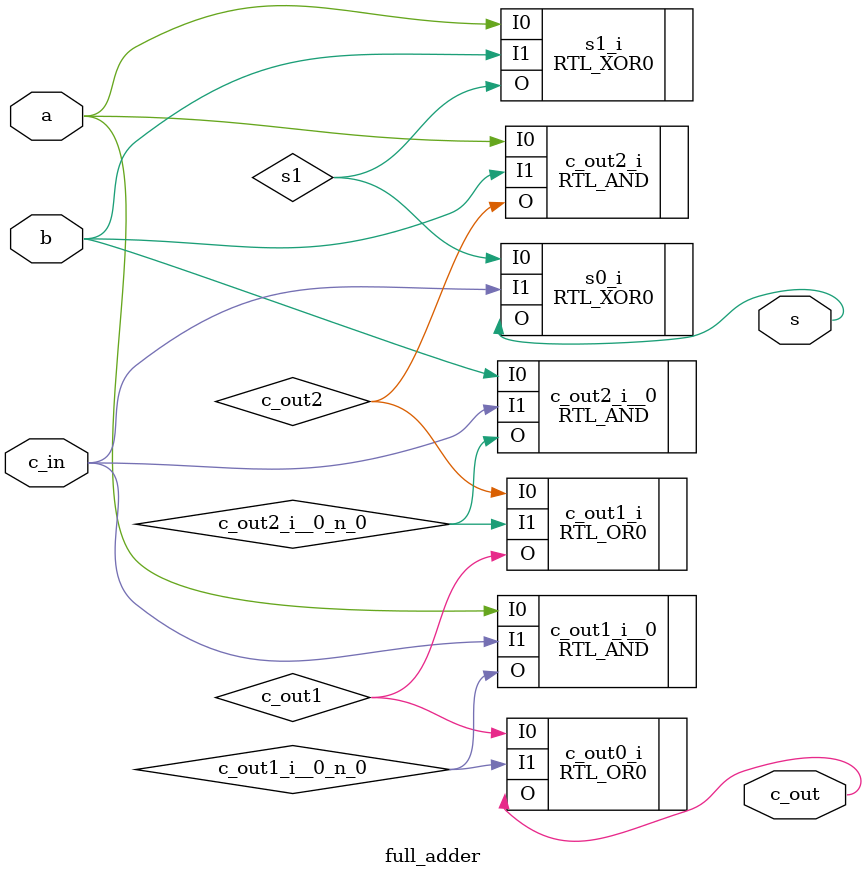
<source format=v>
`timescale 1 ps / 1 ps

(* N = "4" *) (* XLNX_LINE_COL = "2583" *) 
(* STRUCTURAL_NETLIST = "yes" *)
module adder
   (a,
    b,
    c_in,
    s,
    c_out);
  input [3:0]a;
  input [3:0]b;
  input c_in;
  output [3:0]s;
  output c_out;

  wire [3:0]a;
  wire [3:0]b;
  wire c_1;
  wire c_2;
  wire c_3;
  wire c_in;
  wire c_out;
  wire [3:0]s;

  (* XLNX_LINE_COL = "1245952" *) 
  full_adder \myadder[0].fa 
       (.a(a[0]),
        .b(b[0]),
        .c_in(c_in),
        .c_out(c_1),
        .s(s[0]));
  (* XLNX_LINE_COL = "1245952" *) 
  full_adder \myadder[1].fa 
       (.a(a[1]),
        .b(b[1]),
        .c_in(c_1),
        .c_out(c_2),
        .s(s[1]));
  (* XLNX_LINE_COL = "1245952" *) 
  full_adder \myadder[2].fa 
       (.a(a[2]),
        .b(b[2]),
        .c_in(c_2),
        .c_out(c_3),
        .s(s[2]));
  (* XLNX_LINE_COL = "1245952" *) 
  full_adder \myadder[3].fa 
       (.a(a[3]),
        .b(b[3]),
        .c_in(c_3),
        .c_out(c_out),
        .s(s[3]));
endmodule

(* XLNX_LINE_COL = "2573" *) 
module full_adder
   (a,
    b,
    c_in,
    s,
    c_out);
  input a;
  input b;
  input c_in;
  output s;
  output c_out;

  wire a;
  wire b;
  wire c_in;
  wire c_out;
  wire c_out1;
  wire c_out1_i__0_n_0;
  wire c_out2;
  wire c_out2_i__0_n_0;
  wire s;
  wire s1;

  (* XLNX_LINE_COL = "926208" *) 
  (* map_to_module = "2" *) 
  RTL_OR0 c_out0_i
       (.I0(c_out1),
        .I1(c_out1_i__0_n_0),
        .O(c_out));
  (* XLNX_LINE_COL = "922880" *) 
  (* map_to_module = "3" *) 
  RTL_OR0 c_out1_i
       (.I0(c_out2),
        .I1(c_out2_i__0_n_0),
        .O(c_out1));
  (* XLNX_LINE_COL = "2427648" *) 
  (* map_to_module = "6" *) 
  RTL_AND c_out1_i__0
       (.I0(a),
        .I1(c_in),
        .O(c_out1_i__0_n_0));
  (* XLNX_LINE_COL = "919552" *) 
  (* map_to_module = "4" *) 
  RTL_AND c_out2_i
       (.I0(a),
        .I1(b),
        .O(c_out2));
  (* XLNX_LINE_COL = "1575680" *) 
  (* map_to_module = "5" *) 
  RTL_AND c_out2_i__0
       (.I0(b),
        .I1(c_in),
        .O(c_out2_i__0_n_0));
  (* XLNX_LINE_COL = "921344" *) 
  (* map_to_module = "0" *) 
  RTL_XOR0 s0_i
       (.I0(s1),
        .I1(c_in),
        .O(s));
  (* XLNX_LINE_COL = "919552" *) 
  (* map_to_module = "1" *) 
  RTL_XOR0 s1_i
       (.I0(a),
        .I1(b),
        .O(s1));
endmodule

</source>
